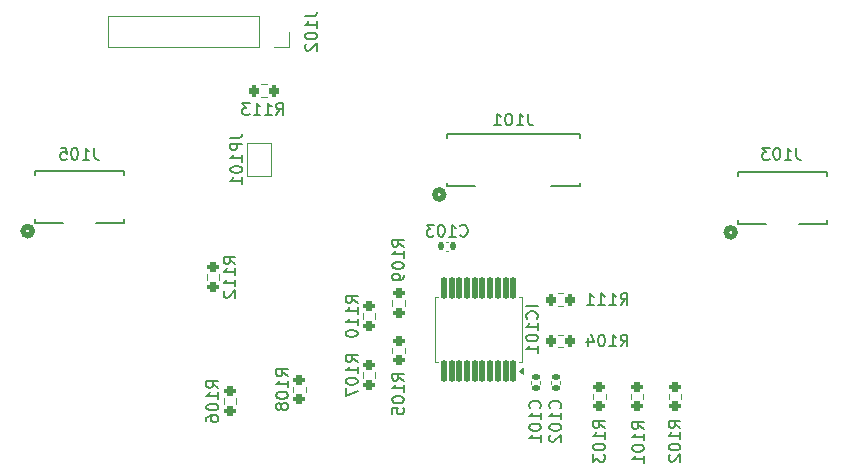
<source format=gbo>
G04 #@! TF.GenerationSoftware,KiCad,Pcbnew,8.0.9*
G04 #@! TF.CreationDate,2025-09-17T21:58:30+09:00*
G04 #@! TF.ProjectId,usb_sfc_pad,7573625f-7366-4635-9f70-61642e6b6963,rev?*
G04 #@! TF.SameCoordinates,Original*
G04 #@! TF.FileFunction,Legend,Bot*
G04 #@! TF.FilePolarity,Positive*
%FSLAX46Y46*%
G04 Gerber Fmt 4.6, Leading zero omitted, Abs format (unit mm)*
G04 Created by KiCad (PCBNEW 8.0.9) date 2025-09-17 21:58:30*
%MOMM*%
%LPD*%
G01*
G04 APERTURE LIST*
G04 Aperture macros list*
%AMRoundRect*
0 Rectangle with rounded corners*
0 $1 Rounding radius*
0 $2 $3 $4 $5 $6 $7 $8 $9 X,Y pos of 4 corners*
0 Add a 4 corners polygon primitive as box body*
4,1,4,$2,$3,$4,$5,$6,$7,$8,$9,$2,$3,0*
0 Add four circle primitives for the rounded corners*
1,1,$1+$1,$2,$3*
1,1,$1+$1,$4,$5*
1,1,$1+$1,$6,$7*
1,1,$1+$1,$8,$9*
0 Add four rect primitives between the rounded corners*
20,1,$1+$1,$2,$3,$4,$5,0*
20,1,$1+$1,$4,$5,$6,$7,0*
20,1,$1+$1,$6,$7,$8,$9,0*
20,1,$1+$1,$8,$9,$2,$3,0*%
%AMFreePoly0*
4,1,6,1.000000,0.000000,0.500000,-0.750000,-0.500000,-0.750000,-0.500000,0.750000,0.500000,0.750000,1.000000,0.000000,1.000000,0.000000,$1*%
%AMFreePoly1*
4,1,6,0.500000,-0.750000,-0.650000,-0.750000,-0.150000,0.000000,-0.650000,0.750000,0.500000,0.750000,0.500000,-0.750000,0.500000,-0.750000,$1*%
G04 Aperture macros list end*
%ADD10C,0.150000*%
%ADD11C,0.152400*%
%ADD12C,0.508000*%
%ADD13C,0.120000*%
%ADD14R,0.812800X1.701800*%
%ADD15R,2.209800X3.098800*%
%ADD16RoundRect,0.200000X-0.275000X0.200000X-0.275000X-0.200000X0.275000X-0.200000X0.275000X0.200000X0*%
%ADD17RoundRect,0.200000X0.200000X0.275000X-0.200000X0.275000X-0.200000X-0.275000X0.200000X-0.275000X0*%
%ADD18RoundRect,0.200000X0.275000X-0.200000X0.275000X0.200000X-0.275000X0.200000X-0.275000X-0.200000X0*%
%ADD19FreePoly0,270.000000*%
%ADD20FreePoly1,270.000000*%
%ADD21RoundRect,0.140000X0.170000X-0.140000X0.170000X0.140000X-0.170000X0.140000X-0.170000X-0.140000X0*%
%ADD22RoundRect,0.140000X-0.140000X-0.170000X0.140000X-0.170000X0.140000X0.170000X-0.140000X0.170000X0*%
%ADD23RoundRect,0.112500X0.112500X-0.837500X0.112500X0.837500X-0.112500X0.837500X-0.112500X-0.837500X0*%
%ADD24R,1.700000X1.700000*%
%ADD25O,1.700000X1.700000*%
G04 APERTURE END LIST*
D10*
X169585714Y-96954819D02*
X169585714Y-97669104D01*
X169585714Y-97669104D02*
X169633333Y-97811961D01*
X169633333Y-97811961D02*
X169728571Y-97907200D01*
X169728571Y-97907200D02*
X169871428Y-97954819D01*
X169871428Y-97954819D02*
X169966666Y-97954819D01*
X168585714Y-97954819D02*
X169157142Y-97954819D01*
X168871428Y-97954819D02*
X168871428Y-96954819D01*
X168871428Y-96954819D02*
X168966666Y-97097676D01*
X168966666Y-97097676D02*
X169061904Y-97192914D01*
X169061904Y-97192914D02*
X169157142Y-97240533D01*
X167966666Y-96954819D02*
X167871428Y-96954819D01*
X167871428Y-96954819D02*
X167776190Y-97002438D01*
X167776190Y-97002438D02*
X167728571Y-97050057D01*
X167728571Y-97050057D02*
X167680952Y-97145295D01*
X167680952Y-97145295D02*
X167633333Y-97335771D01*
X167633333Y-97335771D02*
X167633333Y-97573866D01*
X167633333Y-97573866D02*
X167680952Y-97764342D01*
X167680952Y-97764342D02*
X167728571Y-97859580D01*
X167728571Y-97859580D02*
X167776190Y-97907200D01*
X167776190Y-97907200D02*
X167871428Y-97954819D01*
X167871428Y-97954819D02*
X167966666Y-97954819D01*
X167966666Y-97954819D02*
X168061904Y-97907200D01*
X168061904Y-97907200D02*
X168109523Y-97859580D01*
X168109523Y-97859580D02*
X168157142Y-97764342D01*
X168157142Y-97764342D02*
X168204761Y-97573866D01*
X168204761Y-97573866D02*
X168204761Y-97335771D01*
X168204761Y-97335771D02*
X168157142Y-97145295D01*
X168157142Y-97145295D02*
X168109523Y-97050057D01*
X168109523Y-97050057D02*
X168061904Y-97002438D01*
X168061904Y-97002438D02*
X167966666Y-96954819D01*
X166680952Y-97954819D02*
X167252380Y-97954819D01*
X166966666Y-97954819D02*
X166966666Y-96954819D01*
X166966666Y-96954819D02*
X167061904Y-97097676D01*
X167061904Y-97097676D02*
X167157142Y-97192914D01*
X167157142Y-97192914D02*
X167252380Y-97240533D01*
X182454819Y-123555952D02*
X181978628Y-123222619D01*
X182454819Y-122984524D02*
X181454819Y-122984524D01*
X181454819Y-122984524D02*
X181454819Y-123365476D01*
X181454819Y-123365476D02*
X181502438Y-123460714D01*
X181502438Y-123460714D02*
X181550057Y-123508333D01*
X181550057Y-123508333D02*
X181645295Y-123555952D01*
X181645295Y-123555952D02*
X181788152Y-123555952D01*
X181788152Y-123555952D02*
X181883390Y-123508333D01*
X181883390Y-123508333D02*
X181931009Y-123460714D01*
X181931009Y-123460714D02*
X181978628Y-123365476D01*
X181978628Y-123365476D02*
X181978628Y-122984524D01*
X182454819Y-124508333D02*
X182454819Y-123936905D01*
X182454819Y-124222619D02*
X181454819Y-124222619D01*
X181454819Y-124222619D02*
X181597676Y-124127381D01*
X181597676Y-124127381D02*
X181692914Y-124032143D01*
X181692914Y-124032143D02*
X181740533Y-123936905D01*
X181454819Y-125127381D02*
X181454819Y-125222619D01*
X181454819Y-125222619D02*
X181502438Y-125317857D01*
X181502438Y-125317857D02*
X181550057Y-125365476D01*
X181550057Y-125365476D02*
X181645295Y-125413095D01*
X181645295Y-125413095D02*
X181835771Y-125460714D01*
X181835771Y-125460714D02*
X182073866Y-125460714D01*
X182073866Y-125460714D02*
X182264342Y-125413095D01*
X182264342Y-125413095D02*
X182359580Y-125365476D01*
X182359580Y-125365476D02*
X182407200Y-125317857D01*
X182407200Y-125317857D02*
X182454819Y-125222619D01*
X182454819Y-125222619D02*
X182454819Y-125127381D01*
X182454819Y-125127381D02*
X182407200Y-125032143D01*
X182407200Y-125032143D02*
X182359580Y-124984524D01*
X182359580Y-124984524D02*
X182264342Y-124936905D01*
X182264342Y-124936905D02*
X182073866Y-124889286D01*
X182073866Y-124889286D02*
X181835771Y-124889286D01*
X181835771Y-124889286D02*
X181645295Y-124936905D01*
X181645295Y-124936905D02*
X181550057Y-124984524D01*
X181550057Y-124984524D02*
X181502438Y-125032143D01*
X181502438Y-125032143D02*
X181454819Y-125127381D01*
X181550057Y-125841667D02*
X181502438Y-125889286D01*
X181502438Y-125889286D02*
X181454819Y-125984524D01*
X181454819Y-125984524D02*
X181454819Y-126222619D01*
X181454819Y-126222619D02*
X181502438Y-126317857D01*
X181502438Y-126317857D02*
X181550057Y-126365476D01*
X181550057Y-126365476D02*
X181645295Y-126413095D01*
X181645295Y-126413095D02*
X181740533Y-126413095D01*
X181740533Y-126413095D02*
X181883390Y-126365476D01*
X181883390Y-126365476D02*
X182454819Y-125794048D01*
X182454819Y-125794048D02*
X182454819Y-126413095D01*
X159054819Y-108205952D02*
X158578628Y-107872619D01*
X159054819Y-107634524D02*
X158054819Y-107634524D01*
X158054819Y-107634524D02*
X158054819Y-108015476D01*
X158054819Y-108015476D02*
X158102438Y-108110714D01*
X158102438Y-108110714D02*
X158150057Y-108158333D01*
X158150057Y-108158333D02*
X158245295Y-108205952D01*
X158245295Y-108205952D02*
X158388152Y-108205952D01*
X158388152Y-108205952D02*
X158483390Y-108158333D01*
X158483390Y-108158333D02*
X158531009Y-108110714D01*
X158531009Y-108110714D02*
X158578628Y-108015476D01*
X158578628Y-108015476D02*
X158578628Y-107634524D01*
X159054819Y-109158333D02*
X159054819Y-108586905D01*
X159054819Y-108872619D02*
X158054819Y-108872619D01*
X158054819Y-108872619D02*
X158197676Y-108777381D01*
X158197676Y-108777381D02*
X158292914Y-108682143D01*
X158292914Y-108682143D02*
X158340533Y-108586905D01*
X158054819Y-109777381D02*
X158054819Y-109872619D01*
X158054819Y-109872619D02*
X158102438Y-109967857D01*
X158102438Y-109967857D02*
X158150057Y-110015476D01*
X158150057Y-110015476D02*
X158245295Y-110063095D01*
X158245295Y-110063095D02*
X158435771Y-110110714D01*
X158435771Y-110110714D02*
X158673866Y-110110714D01*
X158673866Y-110110714D02*
X158864342Y-110063095D01*
X158864342Y-110063095D02*
X158959580Y-110015476D01*
X158959580Y-110015476D02*
X159007200Y-109967857D01*
X159007200Y-109967857D02*
X159054819Y-109872619D01*
X159054819Y-109872619D02*
X159054819Y-109777381D01*
X159054819Y-109777381D02*
X159007200Y-109682143D01*
X159007200Y-109682143D02*
X158959580Y-109634524D01*
X158959580Y-109634524D02*
X158864342Y-109586905D01*
X158864342Y-109586905D02*
X158673866Y-109539286D01*
X158673866Y-109539286D02*
X158435771Y-109539286D01*
X158435771Y-109539286D02*
X158245295Y-109586905D01*
X158245295Y-109586905D02*
X158150057Y-109634524D01*
X158150057Y-109634524D02*
X158102438Y-109682143D01*
X158102438Y-109682143D02*
X158054819Y-109777381D01*
X159054819Y-110586905D02*
X159054819Y-110777381D01*
X159054819Y-110777381D02*
X159007200Y-110872619D01*
X159007200Y-110872619D02*
X158959580Y-110920238D01*
X158959580Y-110920238D02*
X158816723Y-111015476D01*
X158816723Y-111015476D02*
X158626247Y-111063095D01*
X158626247Y-111063095D02*
X158245295Y-111063095D01*
X158245295Y-111063095D02*
X158150057Y-111015476D01*
X158150057Y-111015476D02*
X158102438Y-110967857D01*
X158102438Y-110967857D02*
X158054819Y-110872619D01*
X158054819Y-110872619D02*
X158054819Y-110682143D01*
X158054819Y-110682143D02*
X158102438Y-110586905D01*
X158102438Y-110586905D02*
X158150057Y-110539286D01*
X158150057Y-110539286D02*
X158245295Y-110491667D01*
X158245295Y-110491667D02*
X158483390Y-110491667D01*
X158483390Y-110491667D02*
X158578628Y-110539286D01*
X158578628Y-110539286D02*
X158626247Y-110586905D01*
X158626247Y-110586905D02*
X158673866Y-110682143D01*
X158673866Y-110682143D02*
X158673866Y-110872619D01*
X158673866Y-110872619D02*
X158626247Y-110967857D01*
X158626247Y-110967857D02*
X158578628Y-111015476D01*
X158578628Y-111015476D02*
X158483390Y-111063095D01*
X177394047Y-116654819D02*
X177727380Y-116178628D01*
X177965475Y-116654819D02*
X177965475Y-115654819D01*
X177965475Y-115654819D02*
X177584523Y-115654819D01*
X177584523Y-115654819D02*
X177489285Y-115702438D01*
X177489285Y-115702438D02*
X177441666Y-115750057D01*
X177441666Y-115750057D02*
X177394047Y-115845295D01*
X177394047Y-115845295D02*
X177394047Y-115988152D01*
X177394047Y-115988152D02*
X177441666Y-116083390D01*
X177441666Y-116083390D02*
X177489285Y-116131009D01*
X177489285Y-116131009D02*
X177584523Y-116178628D01*
X177584523Y-116178628D02*
X177965475Y-116178628D01*
X176441666Y-116654819D02*
X177013094Y-116654819D01*
X176727380Y-116654819D02*
X176727380Y-115654819D01*
X176727380Y-115654819D02*
X176822618Y-115797676D01*
X176822618Y-115797676D02*
X176917856Y-115892914D01*
X176917856Y-115892914D02*
X177013094Y-115940533D01*
X175822618Y-115654819D02*
X175727380Y-115654819D01*
X175727380Y-115654819D02*
X175632142Y-115702438D01*
X175632142Y-115702438D02*
X175584523Y-115750057D01*
X175584523Y-115750057D02*
X175536904Y-115845295D01*
X175536904Y-115845295D02*
X175489285Y-116035771D01*
X175489285Y-116035771D02*
X175489285Y-116273866D01*
X175489285Y-116273866D02*
X175536904Y-116464342D01*
X175536904Y-116464342D02*
X175584523Y-116559580D01*
X175584523Y-116559580D02*
X175632142Y-116607200D01*
X175632142Y-116607200D02*
X175727380Y-116654819D01*
X175727380Y-116654819D02*
X175822618Y-116654819D01*
X175822618Y-116654819D02*
X175917856Y-116607200D01*
X175917856Y-116607200D02*
X175965475Y-116559580D01*
X175965475Y-116559580D02*
X176013094Y-116464342D01*
X176013094Y-116464342D02*
X176060713Y-116273866D01*
X176060713Y-116273866D02*
X176060713Y-116035771D01*
X176060713Y-116035771D02*
X176013094Y-115845295D01*
X176013094Y-115845295D02*
X175965475Y-115750057D01*
X175965475Y-115750057D02*
X175917856Y-115702438D01*
X175917856Y-115702438D02*
X175822618Y-115654819D01*
X174632142Y-115988152D02*
X174632142Y-116654819D01*
X174870237Y-115607200D02*
X175108332Y-116321485D01*
X175108332Y-116321485D02*
X174489285Y-116321485D01*
X144784819Y-109680952D02*
X144308628Y-109347619D01*
X144784819Y-109109524D02*
X143784819Y-109109524D01*
X143784819Y-109109524D02*
X143784819Y-109490476D01*
X143784819Y-109490476D02*
X143832438Y-109585714D01*
X143832438Y-109585714D02*
X143880057Y-109633333D01*
X143880057Y-109633333D02*
X143975295Y-109680952D01*
X143975295Y-109680952D02*
X144118152Y-109680952D01*
X144118152Y-109680952D02*
X144213390Y-109633333D01*
X144213390Y-109633333D02*
X144261009Y-109585714D01*
X144261009Y-109585714D02*
X144308628Y-109490476D01*
X144308628Y-109490476D02*
X144308628Y-109109524D01*
X144784819Y-110633333D02*
X144784819Y-110061905D01*
X144784819Y-110347619D02*
X143784819Y-110347619D01*
X143784819Y-110347619D02*
X143927676Y-110252381D01*
X143927676Y-110252381D02*
X144022914Y-110157143D01*
X144022914Y-110157143D02*
X144070533Y-110061905D01*
X144784819Y-111585714D02*
X144784819Y-111014286D01*
X144784819Y-111300000D02*
X143784819Y-111300000D01*
X143784819Y-111300000D02*
X143927676Y-111204762D01*
X143927676Y-111204762D02*
X144022914Y-111109524D01*
X144022914Y-111109524D02*
X144070533Y-111014286D01*
X143880057Y-111966667D02*
X143832438Y-112014286D01*
X143832438Y-112014286D02*
X143784819Y-112109524D01*
X143784819Y-112109524D02*
X143784819Y-112347619D01*
X143784819Y-112347619D02*
X143832438Y-112442857D01*
X143832438Y-112442857D02*
X143880057Y-112490476D01*
X143880057Y-112490476D02*
X143975295Y-112538095D01*
X143975295Y-112538095D02*
X144070533Y-112538095D01*
X144070533Y-112538095D02*
X144213390Y-112490476D01*
X144213390Y-112490476D02*
X144784819Y-111919048D01*
X144784819Y-111919048D02*
X144784819Y-112538095D01*
X179354819Y-123655952D02*
X178878628Y-123322619D01*
X179354819Y-123084524D02*
X178354819Y-123084524D01*
X178354819Y-123084524D02*
X178354819Y-123465476D01*
X178354819Y-123465476D02*
X178402438Y-123560714D01*
X178402438Y-123560714D02*
X178450057Y-123608333D01*
X178450057Y-123608333D02*
X178545295Y-123655952D01*
X178545295Y-123655952D02*
X178688152Y-123655952D01*
X178688152Y-123655952D02*
X178783390Y-123608333D01*
X178783390Y-123608333D02*
X178831009Y-123560714D01*
X178831009Y-123560714D02*
X178878628Y-123465476D01*
X178878628Y-123465476D02*
X178878628Y-123084524D01*
X179354819Y-124608333D02*
X179354819Y-124036905D01*
X179354819Y-124322619D02*
X178354819Y-124322619D01*
X178354819Y-124322619D02*
X178497676Y-124227381D01*
X178497676Y-124227381D02*
X178592914Y-124132143D01*
X178592914Y-124132143D02*
X178640533Y-124036905D01*
X178354819Y-125227381D02*
X178354819Y-125322619D01*
X178354819Y-125322619D02*
X178402438Y-125417857D01*
X178402438Y-125417857D02*
X178450057Y-125465476D01*
X178450057Y-125465476D02*
X178545295Y-125513095D01*
X178545295Y-125513095D02*
X178735771Y-125560714D01*
X178735771Y-125560714D02*
X178973866Y-125560714D01*
X178973866Y-125560714D02*
X179164342Y-125513095D01*
X179164342Y-125513095D02*
X179259580Y-125465476D01*
X179259580Y-125465476D02*
X179307200Y-125417857D01*
X179307200Y-125417857D02*
X179354819Y-125322619D01*
X179354819Y-125322619D02*
X179354819Y-125227381D01*
X179354819Y-125227381D02*
X179307200Y-125132143D01*
X179307200Y-125132143D02*
X179259580Y-125084524D01*
X179259580Y-125084524D02*
X179164342Y-125036905D01*
X179164342Y-125036905D02*
X178973866Y-124989286D01*
X178973866Y-124989286D02*
X178735771Y-124989286D01*
X178735771Y-124989286D02*
X178545295Y-125036905D01*
X178545295Y-125036905D02*
X178450057Y-125084524D01*
X178450057Y-125084524D02*
X178402438Y-125132143D01*
X178402438Y-125132143D02*
X178354819Y-125227381D01*
X179354819Y-126513095D02*
X179354819Y-125941667D01*
X179354819Y-126227381D02*
X178354819Y-126227381D01*
X178354819Y-126227381D02*
X178497676Y-126132143D01*
X178497676Y-126132143D02*
X178592914Y-126036905D01*
X178592914Y-126036905D02*
X178640533Y-125941667D01*
X148219047Y-97054819D02*
X148552380Y-96578628D01*
X148790475Y-97054819D02*
X148790475Y-96054819D01*
X148790475Y-96054819D02*
X148409523Y-96054819D01*
X148409523Y-96054819D02*
X148314285Y-96102438D01*
X148314285Y-96102438D02*
X148266666Y-96150057D01*
X148266666Y-96150057D02*
X148219047Y-96245295D01*
X148219047Y-96245295D02*
X148219047Y-96388152D01*
X148219047Y-96388152D02*
X148266666Y-96483390D01*
X148266666Y-96483390D02*
X148314285Y-96531009D01*
X148314285Y-96531009D02*
X148409523Y-96578628D01*
X148409523Y-96578628D02*
X148790475Y-96578628D01*
X147266666Y-97054819D02*
X147838094Y-97054819D01*
X147552380Y-97054819D02*
X147552380Y-96054819D01*
X147552380Y-96054819D02*
X147647618Y-96197676D01*
X147647618Y-96197676D02*
X147742856Y-96292914D01*
X147742856Y-96292914D02*
X147838094Y-96340533D01*
X146314285Y-97054819D02*
X146885713Y-97054819D01*
X146599999Y-97054819D02*
X146599999Y-96054819D01*
X146599999Y-96054819D02*
X146695237Y-96197676D01*
X146695237Y-96197676D02*
X146790475Y-96292914D01*
X146790475Y-96292914D02*
X146885713Y-96340533D01*
X145980951Y-96054819D02*
X145361904Y-96054819D01*
X145361904Y-96054819D02*
X145695237Y-96435771D01*
X145695237Y-96435771D02*
X145552380Y-96435771D01*
X145552380Y-96435771D02*
X145457142Y-96483390D01*
X145457142Y-96483390D02*
X145409523Y-96531009D01*
X145409523Y-96531009D02*
X145361904Y-96626247D01*
X145361904Y-96626247D02*
X145361904Y-96864342D01*
X145361904Y-96864342D02*
X145409523Y-96959580D01*
X145409523Y-96959580D02*
X145457142Y-97007200D01*
X145457142Y-97007200D02*
X145552380Y-97054819D01*
X145552380Y-97054819D02*
X145838094Y-97054819D01*
X145838094Y-97054819D02*
X145933332Y-97007200D01*
X145933332Y-97007200D02*
X145980951Y-96959580D01*
X192285714Y-99854819D02*
X192285714Y-100569104D01*
X192285714Y-100569104D02*
X192333333Y-100711961D01*
X192333333Y-100711961D02*
X192428571Y-100807200D01*
X192428571Y-100807200D02*
X192571428Y-100854819D01*
X192571428Y-100854819D02*
X192666666Y-100854819D01*
X191285714Y-100854819D02*
X191857142Y-100854819D01*
X191571428Y-100854819D02*
X191571428Y-99854819D01*
X191571428Y-99854819D02*
X191666666Y-99997676D01*
X191666666Y-99997676D02*
X191761904Y-100092914D01*
X191761904Y-100092914D02*
X191857142Y-100140533D01*
X190666666Y-99854819D02*
X190571428Y-99854819D01*
X190571428Y-99854819D02*
X190476190Y-99902438D01*
X190476190Y-99902438D02*
X190428571Y-99950057D01*
X190428571Y-99950057D02*
X190380952Y-100045295D01*
X190380952Y-100045295D02*
X190333333Y-100235771D01*
X190333333Y-100235771D02*
X190333333Y-100473866D01*
X190333333Y-100473866D02*
X190380952Y-100664342D01*
X190380952Y-100664342D02*
X190428571Y-100759580D01*
X190428571Y-100759580D02*
X190476190Y-100807200D01*
X190476190Y-100807200D02*
X190571428Y-100854819D01*
X190571428Y-100854819D02*
X190666666Y-100854819D01*
X190666666Y-100854819D02*
X190761904Y-100807200D01*
X190761904Y-100807200D02*
X190809523Y-100759580D01*
X190809523Y-100759580D02*
X190857142Y-100664342D01*
X190857142Y-100664342D02*
X190904761Y-100473866D01*
X190904761Y-100473866D02*
X190904761Y-100235771D01*
X190904761Y-100235771D02*
X190857142Y-100045295D01*
X190857142Y-100045295D02*
X190809523Y-99950057D01*
X190809523Y-99950057D02*
X190761904Y-99902438D01*
X190761904Y-99902438D02*
X190666666Y-99854819D01*
X189999999Y-99854819D02*
X189380952Y-99854819D01*
X189380952Y-99854819D02*
X189714285Y-100235771D01*
X189714285Y-100235771D02*
X189571428Y-100235771D01*
X189571428Y-100235771D02*
X189476190Y-100283390D01*
X189476190Y-100283390D02*
X189428571Y-100331009D01*
X189428571Y-100331009D02*
X189380952Y-100426247D01*
X189380952Y-100426247D02*
X189380952Y-100664342D01*
X189380952Y-100664342D02*
X189428571Y-100759580D01*
X189428571Y-100759580D02*
X189476190Y-100807200D01*
X189476190Y-100807200D02*
X189571428Y-100854819D01*
X189571428Y-100854819D02*
X189857142Y-100854819D01*
X189857142Y-100854819D02*
X189952380Y-100807200D01*
X189952380Y-100807200D02*
X189999999Y-100759580D01*
X143324819Y-120180952D02*
X142848628Y-119847619D01*
X143324819Y-119609524D02*
X142324819Y-119609524D01*
X142324819Y-119609524D02*
X142324819Y-119990476D01*
X142324819Y-119990476D02*
X142372438Y-120085714D01*
X142372438Y-120085714D02*
X142420057Y-120133333D01*
X142420057Y-120133333D02*
X142515295Y-120180952D01*
X142515295Y-120180952D02*
X142658152Y-120180952D01*
X142658152Y-120180952D02*
X142753390Y-120133333D01*
X142753390Y-120133333D02*
X142801009Y-120085714D01*
X142801009Y-120085714D02*
X142848628Y-119990476D01*
X142848628Y-119990476D02*
X142848628Y-119609524D01*
X143324819Y-121133333D02*
X143324819Y-120561905D01*
X143324819Y-120847619D02*
X142324819Y-120847619D01*
X142324819Y-120847619D02*
X142467676Y-120752381D01*
X142467676Y-120752381D02*
X142562914Y-120657143D01*
X142562914Y-120657143D02*
X142610533Y-120561905D01*
X142324819Y-121752381D02*
X142324819Y-121847619D01*
X142324819Y-121847619D02*
X142372438Y-121942857D01*
X142372438Y-121942857D02*
X142420057Y-121990476D01*
X142420057Y-121990476D02*
X142515295Y-122038095D01*
X142515295Y-122038095D02*
X142705771Y-122085714D01*
X142705771Y-122085714D02*
X142943866Y-122085714D01*
X142943866Y-122085714D02*
X143134342Y-122038095D01*
X143134342Y-122038095D02*
X143229580Y-121990476D01*
X143229580Y-121990476D02*
X143277200Y-121942857D01*
X143277200Y-121942857D02*
X143324819Y-121847619D01*
X143324819Y-121847619D02*
X143324819Y-121752381D01*
X143324819Y-121752381D02*
X143277200Y-121657143D01*
X143277200Y-121657143D02*
X143229580Y-121609524D01*
X143229580Y-121609524D02*
X143134342Y-121561905D01*
X143134342Y-121561905D02*
X142943866Y-121514286D01*
X142943866Y-121514286D02*
X142705771Y-121514286D01*
X142705771Y-121514286D02*
X142515295Y-121561905D01*
X142515295Y-121561905D02*
X142420057Y-121609524D01*
X142420057Y-121609524D02*
X142372438Y-121657143D01*
X142372438Y-121657143D02*
X142324819Y-121752381D01*
X142324819Y-122942857D02*
X142324819Y-122752381D01*
X142324819Y-122752381D02*
X142372438Y-122657143D01*
X142372438Y-122657143D02*
X142420057Y-122609524D01*
X142420057Y-122609524D02*
X142562914Y-122514286D01*
X142562914Y-122514286D02*
X142753390Y-122466667D01*
X142753390Y-122466667D02*
X143134342Y-122466667D01*
X143134342Y-122466667D02*
X143229580Y-122514286D01*
X143229580Y-122514286D02*
X143277200Y-122561905D01*
X143277200Y-122561905D02*
X143324819Y-122657143D01*
X143324819Y-122657143D02*
X143324819Y-122847619D01*
X143324819Y-122847619D02*
X143277200Y-122942857D01*
X143277200Y-122942857D02*
X143229580Y-122990476D01*
X143229580Y-122990476D02*
X143134342Y-123038095D01*
X143134342Y-123038095D02*
X142896247Y-123038095D01*
X142896247Y-123038095D02*
X142801009Y-122990476D01*
X142801009Y-122990476D02*
X142753390Y-122942857D01*
X142753390Y-122942857D02*
X142705771Y-122847619D01*
X142705771Y-122847619D02*
X142705771Y-122657143D01*
X142705771Y-122657143D02*
X142753390Y-122561905D01*
X142753390Y-122561905D02*
X142801009Y-122514286D01*
X142801009Y-122514286D02*
X142896247Y-122466667D01*
X144354819Y-99014285D02*
X145069104Y-99014285D01*
X145069104Y-99014285D02*
X145211961Y-98966666D01*
X145211961Y-98966666D02*
X145307200Y-98871428D01*
X145307200Y-98871428D02*
X145354819Y-98728571D01*
X145354819Y-98728571D02*
X145354819Y-98633333D01*
X145354819Y-99490476D02*
X144354819Y-99490476D01*
X144354819Y-99490476D02*
X144354819Y-99871428D01*
X144354819Y-99871428D02*
X144402438Y-99966666D01*
X144402438Y-99966666D02*
X144450057Y-100014285D01*
X144450057Y-100014285D02*
X144545295Y-100061904D01*
X144545295Y-100061904D02*
X144688152Y-100061904D01*
X144688152Y-100061904D02*
X144783390Y-100014285D01*
X144783390Y-100014285D02*
X144831009Y-99966666D01*
X144831009Y-99966666D02*
X144878628Y-99871428D01*
X144878628Y-99871428D02*
X144878628Y-99490476D01*
X145354819Y-101014285D02*
X145354819Y-100442857D01*
X145354819Y-100728571D02*
X144354819Y-100728571D01*
X144354819Y-100728571D02*
X144497676Y-100633333D01*
X144497676Y-100633333D02*
X144592914Y-100538095D01*
X144592914Y-100538095D02*
X144640533Y-100442857D01*
X144354819Y-101633333D02*
X144354819Y-101728571D01*
X144354819Y-101728571D02*
X144402438Y-101823809D01*
X144402438Y-101823809D02*
X144450057Y-101871428D01*
X144450057Y-101871428D02*
X144545295Y-101919047D01*
X144545295Y-101919047D02*
X144735771Y-101966666D01*
X144735771Y-101966666D02*
X144973866Y-101966666D01*
X144973866Y-101966666D02*
X145164342Y-101919047D01*
X145164342Y-101919047D02*
X145259580Y-101871428D01*
X145259580Y-101871428D02*
X145307200Y-101823809D01*
X145307200Y-101823809D02*
X145354819Y-101728571D01*
X145354819Y-101728571D02*
X145354819Y-101633333D01*
X145354819Y-101633333D02*
X145307200Y-101538095D01*
X145307200Y-101538095D02*
X145259580Y-101490476D01*
X145259580Y-101490476D02*
X145164342Y-101442857D01*
X145164342Y-101442857D02*
X144973866Y-101395238D01*
X144973866Y-101395238D02*
X144735771Y-101395238D01*
X144735771Y-101395238D02*
X144545295Y-101442857D01*
X144545295Y-101442857D02*
X144450057Y-101490476D01*
X144450057Y-101490476D02*
X144402438Y-101538095D01*
X144402438Y-101538095D02*
X144354819Y-101633333D01*
X145354819Y-102919047D02*
X145354819Y-102347619D01*
X145354819Y-102633333D02*
X144354819Y-102633333D01*
X144354819Y-102633333D02*
X144497676Y-102538095D01*
X144497676Y-102538095D02*
X144592914Y-102442857D01*
X144592914Y-102442857D02*
X144640533Y-102347619D01*
X149224819Y-119180952D02*
X148748628Y-118847619D01*
X149224819Y-118609524D02*
X148224819Y-118609524D01*
X148224819Y-118609524D02*
X148224819Y-118990476D01*
X148224819Y-118990476D02*
X148272438Y-119085714D01*
X148272438Y-119085714D02*
X148320057Y-119133333D01*
X148320057Y-119133333D02*
X148415295Y-119180952D01*
X148415295Y-119180952D02*
X148558152Y-119180952D01*
X148558152Y-119180952D02*
X148653390Y-119133333D01*
X148653390Y-119133333D02*
X148701009Y-119085714D01*
X148701009Y-119085714D02*
X148748628Y-118990476D01*
X148748628Y-118990476D02*
X148748628Y-118609524D01*
X149224819Y-120133333D02*
X149224819Y-119561905D01*
X149224819Y-119847619D02*
X148224819Y-119847619D01*
X148224819Y-119847619D02*
X148367676Y-119752381D01*
X148367676Y-119752381D02*
X148462914Y-119657143D01*
X148462914Y-119657143D02*
X148510533Y-119561905D01*
X148224819Y-120752381D02*
X148224819Y-120847619D01*
X148224819Y-120847619D02*
X148272438Y-120942857D01*
X148272438Y-120942857D02*
X148320057Y-120990476D01*
X148320057Y-120990476D02*
X148415295Y-121038095D01*
X148415295Y-121038095D02*
X148605771Y-121085714D01*
X148605771Y-121085714D02*
X148843866Y-121085714D01*
X148843866Y-121085714D02*
X149034342Y-121038095D01*
X149034342Y-121038095D02*
X149129580Y-120990476D01*
X149129580Y-120990476D02*
X149177200Y-120942857D01*
X149177200Y-120942857D02*
X149224819Y-120847619D01*
X149224819Y-120847619D02*
X149224819Y-120752381D01*
X149224819Y-120752381D02*
X149177200Y-120657143D01*
X149177200Y-120657143D02*
X149129580Y-120609524D01*
X149129580Y-120609524D02*
X149034342Y-120561905D01*
X149034342Y-120561905D02*
X148843866Y-120514286D01*
X148843866Y-120514286D02*
X148605771Y-120514286D01*
X148605771Y-120514286D02*
X148415295Y-120561905D01*
X148415295Y-120561905D02*
X148320057Y-120609524D01*
X148320057Y-120609524D02*
X148272438Y-120657143D01*
X148272438Y-120657143D02*
X148224819Y-120752381D01*
X148653390Y-121657143D02*
X148605771Y-121561905D01*
X148605771Y-121561905D02*
X148558152Y-121514286D01*
X148558152Y-121514286D02*
X148462914Y-121466667D01*
X148462914Y-121466667D02*
X148415295Y-121466667D01*
X148415295Y-121466667D02*
X148320057Y-121514286D01*
X148320057Y-121514286D02*
X148272438Y-121561905D01*
X148272438Y-121561905D02*
X148224819Y-121657143D01*
X148224819Y-121657143D02*
X148224819Y-121847619D01*
X148224819Y-121847619D02*
X148272438Y-121942857D01*
X148272438Y-121942857D02*
X148320057Y-121990476D01*
X148320057Y-121990476D02*
X148415295Y-122038095D01*
X148415295Y-122038095D02*
X148462914Y-122038095D01*
X148462914Y-122038095D02*
X148558152Y-121990476D01*
X148558152Y-121990476D02*
X148605771Y-121942857D01*
X148605771Y-121942857D02*
X148653390Y-121847619D01*
X148653390Y-121847619D02*
X148653390Y-121657143D01*
X148653390Y-121657143D02*
X148701009Y-121561905D01*
X148701009Y-121561905D02*
X148748628Y-121514286D01*
X148748628Y-121514286D02*
X148843866Y-121466667D01*
X148843866Y-121466667D02*
X149034342Y-121466667D01*
X149034342Y-121466667D02*
X149129580Y-121514286D01*
X149129580Y-121514286D02*
X149177200Y-121561905D01*
X149177200Y-121561905D02*
X149224819Y-121657143D01*
X149224819Y-121657143D02*
X149224819Y-121847619D01*
X149224819Y-121847619D02*
X149177200Y-121942857D01*
X149177200Y-121942857D02*
X149129580Y-121990476D01*
X149129580Y-121990476D02*
X149034342Y-122038095D01*
X149034342Y-122038095D02*
X148843866Y-122038095D01*
X148843866Y-122038095D02*
X148748628Y-121990476D01*
X148748628Y-121990476D02*
X148701009Y-121942857D01*
X148701009Y-121942857D02*
X148653390Y-121847619D01*
X132835714Y-99854819D02*
X132835714Y-100569104D01*
X132835714Y-100569104D02*
X132883333Y-100711961D01*
X132883333Y-100711961D02*
X132978571Y-100807200D01*
X132978571Y-100807200D02*
X133121428Y-100854819D01*
X133121428Y-100854819D02*
X133216666Y-100854819D01*
X131835714Y-100854819D02*
X132407142Y-100854819D01*
X132121428Y-100854819D02*
X132121428Y-99854819D01*
X132121428Y-99854819D02*
X132216666Y-99997676D01*
X132216666Y-99997676D02*
X132311904Y-100092914D01*
X132311904Y-100092914D02*
X132407142Y-100140533D01*
X131216666Y-99854819D02*
X131121428Y-99854819D01*
X131121428Y-99854819D02*
X131026190Y-99902438D01*
X131026190Y-99902438D02*
X130978571Y-99950057D01*
X130978571Y-99950057D02*
X130930952Y-100045295D01*
X130930952Y-100045295D02*
X130883333Y-100235771D01*
X130883333Y-100235771D02*
X130883333Y-100473866D01*
X130883333Y-100473866D02*
X130930952Y-100664342D01*
X130930952Y-100664342D02*
X130978571Y-100759580D01*
X130978571Y-100759580D02*
X131026190Y-100807200D01*
X131026190Y-100807200D02*
X131121428Y-100854819D01*
X131121428Y-100854819D02*
X131216666Y-100854819D01*
X131216666Y-100854819D02*
X131311904Y-100807200D01*
X131311904Y-100807200D02*
X131359523Y-100759580D01*
X131359523Y-100759580D02*
X131407142Y-100664342D01*
X131407142Y-100664342D02*
X131454761Y-100473866D01*
X131454761Y-100473866D02*
X131454761Y-100235771D01*
X131454761Y-100235771D02*
X131407142Y-100045295D01*
X131407142Y-100045295D02*
X131359523Y-99950057D01*
X131359523Y-99950057D02*
X131311904Y-99902438D01*
X131311904Y-99902438D02*
X131216666Y-99854819D01*
X129978571Y-99854819D02*
X130454761Y-99854819D01*
X130454761Y-99854819D02*
X130502380Y-100331009D01*
X130502380Y-100331009D02*
X130454761Y-100283390D01*
X130454761Y-100283390D02*
X130359523Y-100235771D01*
X130359523Y-100235771D02*
X130121428Y-100235771D01*
X130121428Y-100235771D02*
X130026190Y-100283390D01*
X130026190Y-100283390D02*
X129978571Y-100331009D01*
X129978571Y-100331009D02*
X129930952Y-100426247D01*
X129930952Y-100426247D02*
X129930952Y-100664342D01*
X129930952Y-100664342D02*
X129978571Y-100759580D01*
X129978571Y-100759580D02*
X130026190Y-100807200D01*
X130026190Y-100807200D02*
X130121428Y-100854819D01*
X130121428Y-100854819D02*
X130359523Y-100854819D01*
X130359523Y-100854819D02*
X130454761Y-100807200D01*
X130454761Y-100807200D02*
X130502380Y-100759580D01*
X172259580Y-121880952D02*
X172307200Y-121833333D01*
X172307200Y-121833333D02*
X172354819Y-121690476D01*
X172354819Y-121690476D02*
X172354819Y-121595238D01*
X172354819Y-121595238D02*
X172307200Y-121452381D01*
X172307200Y-121452381D02*
X172211961Y-121357143D01*
X172211961Y-121357143D02*
X172116723Y-121309524D01*
X172116723Y-121309524D02*
X171926247Y-121261905D01*
X171926247Y-121261905D02*
X171783390Y-121261905D01*
X171783390Y-121261905D02*
X171592914Y-121309524D01*
X171592914Y-121309524D02*
X171497676Y-121357143D01*
X171497676Y-121357143D02*
X171402438Y-121452381D01*
X171402438Y-121452381D02*
X171354819Y-121595238D01*
X171354819Y-121595238D02*
X171354819Y-121690476D01*
X171354819Y-121690476D02*
X171402438Y-121833333D01*
X171402438Y-121833333D02*
X171450057Y-121880952D01*
X172354819Y-122833333D02*
X172354819Y-122261905D01*
X172354819Y-122547619D02*
X171354819Y-122547619D01*
X171354819Y-122547619D02*
X171497676Y-122452381D01*
X171497676Y-122452381D02*
X171592914Y-122357143D01*
X171592914Y-122357143D02*
X171640533Y-122261905D01*
X171354819Y-123452381D02*
X171354819Y-123547619D01*
X171354819Y-123547619D02*
X171402438Y-123642857D01*
X171402438Y-123642857D02*
X171450057Y-123690476D01*
X171450057Y-123690476D02*
X171545295Y-123738095D01*
X171545295Y-123738095D02*
X171735771Y-123785714D01*
X171735771Y-123785714D02*
X171973866Y-123785714D01*
X171973866Y-123785714D02*
X172164342Y-123738095D01*
X172164342Y-123738095D02*
X172259580Y-123690476D01*
X172259580Y-123690476D02*
X172307200Y-123642857D01*
X172307200Y-123642857D02*
X172354819Y-123547619D01*
X172354819Y-123547619D02*
X172354819Y-123452381D01*
X172354819Y-123452381D02*
X172307200Y-123357143D01*
X172307200Y-123357143D02*
X172259580Y-123309524D01*
X172259580Y-123309524D02*
X172164342Y-123261905D01*
X172164342Y-123261905D02*
X171973866Y-123214286D01*
X171973866Y-123214286D02*
X171735771Y-123214286D01*
X171735771Y-123214286D02*
X171545295Y-123261905D01*
X171545295Y-123261905D02*
X171450057Y-123309524D01*
X171450057Y-123309524D02*
X171402438Y-123357143D01*
X171402438Y-123357143D02*
X171354819Y-123452381D01*
X171450057Y-124166667D02*
X171402438Y-124214286D01*
X171402438Y-124214286D02*
X171354819Y-124309524D01*
X171354819Y-124309524D02*
X171354819Y-124547619D01*
X171354819Y-124547619D02*
X171402438Y-124642857D01*
X171402438Y-124642857D02*
X171450057Y-124690476D01*
X171450057Y-124690476D02*
X171545295Y-124738095D01*
X171545295Y-124738095D02*
X171640533Y-124738095D01*
X171640533Y-124738095D02*
X171783390Y-124690476D01*
X171783390Y-124690476D02*
X172354819Y-124119048D01*
X172354819Y-124119048D02*
X172354819Y-124738095D01*
X163819047Y-107259580D02*
X163866666Y-107307200D01*
X163866666Y-107307200D02*
X164009523Y-107354819D01*
X164009523Y-107354819D02*
X164104761Y-107354819D01*
X164104761Y-107354819D02*
X164247618Y-107307200D01*
X164247618Y-107307200D02*
X164342856Y-107211961D01*
X164342856Y-107211961D02*
X164390475Y-107116723D01*
X164390475Y-107116723D02*
X164438094Y-106926247D01*
X164438094Y-106926247D02*
X164438094Y-106783390D01*
X164438094Y-106783390D02*
X164390475Y-106592914D01*
X164390475Y-106592914D02*
X164342856Y-106497676D01*
X164342856Y-106497676D02*
X164247618Y-106402438D01*
X164247618Y-106402438D02*
X164104761Y-106354819D01*
X164104761Y-106354819D02*
X164009523Y-106354819D01*
X164009523Y-106354819D02*
X163866666Y-106402438D01*
X163866666Y-106402438D02*
X163819047Y-106450057D01*
X162866666Y-107354819D02*
X163438094Y-107354819D01*
X163152380Y-107354819D02*
X163152380Y-106354819D01*
X163152380Y-106354819D02*
X163247618Y-106497676D01*
X163247618Y-106497676D02*
X163342856Y-106592914D01*
X163342856Y-106592914D02*
X163438094Y-106640533D01*
X162247618Y-106354819D02*
X162152380Y-106354819D01*
X162152380Y-106354819D02*
X162057142Y-106402438D01*
X162057142Y-106402438D02*
X162009523Y-106450057D01*
X162009523Y-106450057D02*
X161961904Y-106545295D01*
X161961904Y-106545295D02*
X161914285Y-106735771D01*
X161914285Y-106735771D02*
X161914285Y-106973866D01*
X161914285Y-106973866D02*
X161961904Y-107164342D01*
X161961904Y-107164342D02*
X162009523Y-107259580D01*
X162009523Y-107259580D02*
X162057142Y-107307200D01*
X162057142Y-107307200D02*
X162152380Y-107354819D01*
X162152380Y-107354819D02*
X162247618Y-107354819D01*
X162247618Y-107354819D02*
X162342856Y-107307200D01*
X162342856Y-107307200D02*
X162390475Y-107259580D01*
X162390475Y-107259580D02*
X162438094Y-107164342D01*
X162438094Y-107164342D02*
X162485713Y-106973866D01*
X162485713Y-106973866D02*
X162485713Y-106735771D01*
X162485713Y-106735771D02*
X162438094Y-106545295D01*
X162438094Y-106545295D02*
X162390475Y-106450057D01*
X162390475Y-106450057D02*
X162342856Y-106402438D01*
X162342856Y-106402438D02*
X162247618Y-106354819D01*
X161580951Y-106354819D02*
X160961904Y-106354819D01*
X160961904Y-106354819D02*
X161295237Y-106735771D01*
X161295237Y-106735771D02*
X161152380Y-106735771D01*
X161152380Y-106735771D02*
X161057142Y-106783390D01*
X161057142Y-106783390D02*
X161009523Y-106831009D01*
X161009523Y-106831009D02*
X160961904Y-106926247D01*
X160961904Y-106926247D02*
X160961904Y-107164342D01*
X160961904Y-107164342D02*
X161009523Y-107259580D01*
X161009523Y-107259580D02*
X161057142Y-107307200D01*
X161057142Y-107307200D02*
X161152380Y-107354819D01*
X161152380Y-107354819D02*
X161438094Y-107354819D01*
X161438094Y-107354819D02*
X161533332Y-107307200D01*
X161533332Y-107307200D02*
X161580951Y-107259580D01*
X155124819Y-117980952D02*
X154648628Y-117647619D01*
X155124819Y-117409524D02*
X154124819Y-117409524D01*
X154124819Y-117409524D02*
X154124819Y-117790476D01*
X154124819Y-117790476D02*
X154172438Y-117885714D01*
X154172438Y-117885714D02*
X154220057Y-117933333D01*
X154220057Y-117933333D02*
X154315295Y-117980952D01*
X154315295Y-117980952D02*
X154458152Y-117980952D01*
X154458152Y-117980952D02*
X154553390Y-117933333D01*
X154553390Y-117933333D02*
X154601009Y-117885714D01*
X154601009Y-117885714D02*
X154648628Y-117790476D01*
X154648628Y-117790476D02*
X154648628Y-117409524D01*
X155124819Y-118933333D02*
X155124819Y-118361905D01*
X155124819Y-118647619D02*
X154124819Y-118647619D01*
X154124819Y-118647619D02*
X154267676Y-118552381D01*
X154267676Y-118552381D02*
X154362914Y-118457143D01*
X154362914Y-118457143D02*
X154410533Y-118361905D01*
X154124819Y-119552381D02*
X154124819Y-119647619D01*
X154124819Y-119647619D02*
X154172438Y-119742857D01*
X154172438Y-119742857D02*
X154220057Y-119790476D01*
X154220057Y-119790476D02*
X154315295Y-119838095D01*
X154315295Y-119838095D02*
X154505771Y-119885714D01*
X154505771Y-119885714D02*
X154743866Y-119885714D01*
X154743866Y-119885714D02*
X154934342Y-119838095D01*
X154934342Y-119838095D02*
X155029580Y-119790476D01*
X155029580Y-119790476D02*
X155077200Y-119742857D01*
X155077200Y-119742857D02*
X155124819Y-119647619D01*
X155124819Y-119647619D02*
X155124819Y-119552381D01*
X155124819Y-119552381D02*
X155077200Y-119457143D01*
X155077200Y-119457143D02*
X155029580Y-119409524D01*
X155029580Y-119409524D02*
X154934342Y-119361905D01*
X154934342Y-119361905D02*
X154743866Y-119314286D01*
X154743866Y-119314286D02*
X154505771Y-119314286D01*
X154505771Y-119314286D02*
X154315295Y-119361905D01*
X154315295Y-119361905D02*
X154220057Y-119409524D01*
X154220057Y-119409524D02*
X154172438Y-119457143D01*
X154172438Y-119457143D02*
X154124819Y-119552381D01*
X154124819Y-120219048D02*
X154124819Y-120885714D01*
X154124819Y-120885714D02*
X155124819Y-120457143D01*
X159054819Y-119555952D02*
X158578628Y-119222619D01*
X159054819Y-118984524D02*
X158054819Y-118984524D01*
X158054819Y-118984524D02*
X158054819Y-119365476D01*
X158054819Y-119365476D02*
X158102438Y-119460714D01*
X158102438Y-119460714D02*
X158150057Y-119508333D01*
X158150057Y-119508333D02*
X158245295Y-119555952D01*
X158245295Y-119555952D02*
X158388152Y-119555952D01*
X158388152Y-119555952D02*
X158483390Y-119508333D01*
X158483390Y-119508333D02*
X158531009Y-119460714D01*
X158531009Y-119460714D02*
X158578628Y-119365476D01*
X158578628Y-119365476D02*
X158578628Y-118984524D01*
X159054819Y-120508333D02*
X159054819Y-119936905D01*
X159054819Y-120222619D02*
X158054819Y-120222619D01*
X158054819Y-120222619D02*
X158197676Y-120127381D01*
X158197676Y-120127381D02*
X158292914Y-120032143D01*
X158292914Y-120032143D02*
X158340533Y-119936905D01*
X158054819Y-121127381D02*
X158054819Y-121222619D01*
X158054819Y-121222619D02*
X158102438Y-121317857D01*
X158102438Y-121317857D02*
X158150057Y-121365476D01*
X158150057Y-121365476D02*
X158245295Y-121413095D01*
X158245295Y-121413095D02*
X158435771Y-121460714D01*
X158435771Y-121460714D02*
X158673866Y-121460714D01*
X158673866Y-121460714D02*
X158864342Y-121413095D01*
X158864342Y-121413095D02*
X158959580Y-121365476D01*
X158959580Y-121365476D02*
X159007200Y-121317857D01*
X159007200Y-121317857D02*
X159054819Y-121222619D01*
X159054819Y-121222619D02*
X159054819Y-121127381D01*
X159054819Y-121127381D02*
X159007200Y-121032143D01*
X159007200Y-121032143D02*
X158959580Y-120984524D01*
X158959580Y-120984524D02*
X158864342Y-120936905D01*
X158864342Y-120936905D02*
X158673866Y-120889286D01*
X158673866Y-120889286D02*
X158435771Y-120889286D01*
X158435771Y-120889286D02*
X158245295Y-120936905D01*
X158245295Y-120936905D02*
X158150057Y-120984524D01*
X158150057Y-120984524D02*
X158102438Y-121032143D01*
X158102438Y-121032143D02*
X158054819Y-121127381D01*
X158054819Y-122365476D02*
X158054819Y-121889286D01*
X158054819Y-121889286D02*
X158531009Y-121841667D01*
X158531009Y-121841667D02*
X158483390Y-121889286D01*
X158483390Y-121889286D02*
X158435771Y-121984524D01*
X158435771Y-121984524D02*
X158435771Y-122222619D01*
X158435771Y-122222619D02*
X158483390Y-122317857D01*
X158483390Y-122317857D02*
X158531009Y-122365476D01*
X158531009Y-122365476D02*
X158626247Y-122413095D01*
X158626247Y-122413095D02*
X158864342Y-122413095D01*
X158864342Y-122413095D02*
X158959580Y-122365476D01*
X158959580Y-122365476D02*
X159007200Y-122317857D01*
X159007200Y-122317857D02*
X159054819Y-122222619D01*
X159054819Y-122222619D02*
X159054819Y-121984524D01*
X159054819Y-121984524D02*
X159007200Y-121889286D01*
X159007200Y-121889286D02*
X158959580Y-121841667D01*
X177394047Y-113154819D02*
X177727380Y-112678628D01*
X177965475Y-113154819D02*
X177965475Y-112154819D01*
X177965475Y-112154819D02*
X177584523Y-112154819D01*
X177584523Y-112154819D02*
X177489285Y-112202438D01*
X177489285Y-112202438D02*
X177441666Y-112250057D01*
X177441666Y-112250057D02*
X177394047Y-112345295D01*
X177394047Y-112345295D02*
X177394047Y-112488152D01*
X177394047Y-112488152D02*
X177441666Y-112583390D01*
X177441666Y-112583390D02*
X177489285Y-112631009D01*
X177489285Y-112631009D02*
X177584523Y-112678628D01*
X177584523Y-112678628D02*
X177965475Y-112678628D01*
X176441666Y-113154819D02*
X177013094Y-113154819D01*
X176727380Y-113154819D02*
X176727380Y-112154819D01*
X176727380Y-112154819D02*
X176822618Y-112297676D01*
X176822618Y-112297676D02*
X176917856Y-112392914D01*
X176917856Y-112392914D02*
X177013094Y-112440533D01*
X175489285Y-113154819D02*
X176060713Y-113154819D01*
X175774999Y-113154819D02*
X175774999Y-112154819D01*
X175774999Y-112154819D02*
X175870237Y-112297676D01*
X175870237Y-112297676D02*
X175965475Y-112392914D01*
X175965475Y-112392914D02*
X176060713Y-112440533D01*
X174536904Y-113154819D02*
X175108332Y-113154819D01*
X174822618Y-113154819D02*
X174822618Y-112154819D01*
X174822618Y-112154819D02*
X174917856Y-112297676D01*
X174917856Y-112297676D02*
X175013094Y-112392914D01*
X175013094Y-112392914D02*
X175108332Y-112440533D01*
X170559580Y-121880952D02*
X170607200Y-121833333D01*
X170607200Y-121833333D02*
X170654819Y-121690476D01*
X170654819Y-121690476D02*
X170654819Y-121595238D01*
X170654819Y-121595238D02*
X170607200Y-121452381D01*
X170607200Y-121452381D02*
X170511961Y-121357143D01*
X170511961Y-121357143D02*
X170416723Y-121309524D01*
X170416723Y-121309524D02*
X170226247Y-121261905D01*
X170226247Y-121261905D02*
X170083390Y-121261905D01*
X170083390Y-121261905D02*
X169892914Y-121309524D01*
X169892914Y-121309524D02*
X169797676Y-121357143D01*
X169797676Y-121357143D02*
X169702438Y-121452381D01*
X169702438Y-121452381D02*
X169654819Y-121595238D01*
X169654819Y-121595238D02*
X169654819Y-121690476D01*
X169654819Y-121690476D02*
X169702438Y-121833333D01*
X169702438Y-121833333D02*
X169750057Y-121880952D01*
X170654819Y-122833333D02*
X170654819Y-122261905D01*
X170654819Y-122547619D02*
X169654819Y-122547619D01*
X169654819Y-122547619D02*
X169797676Y-122452381D01*
X169797676Y-122452381D02*
X169892914Y-122357143D01*
X169892914Y-122357143D02*
X169940533Y-122261905D01*
X169654819Y-123452381D02*
X169654819Y-123547619D01*
X169654819Y-123547619D02*
X169702438Y-123642857D01*
X169702438Y-123642857D02*
X169750057Y-123690476D01*
X169750057Y-123690476D02*
X169845295Y-123738095D01*
X169845295Y-123738095D02*
X170035771Y-123785714D01*
X170035771Y-123785714D02*
X170273866Y-123785714D01*
X170273866Y-123785714D02*
X170464342Y-123738095D01*
X170464342Y-123738095D02*
X170559580Y-123690476D01*
X170559580Y-123690476D02*
X170607200Y-123642857D01*
X170607200Y-123642857D02*
X170654819Y-123547619D01*
X170654819Y-123547619D02*
X170654819Y-123452381D01*
X170654819Y-123452381D02*
X170607200Y-123357143D01*
X170607200Y-123357143D02*
X170559580Y-123309524D01*
X170559580Y-123309524D02*
X170464342Y-123261905D01*
X170464342Y-123261905D02*
X170273866Y-123214286D01*
X170273866Y-123214286D02*
X170035771Y-123214286D01*
X170035771Y-123214286D02*
X169845295Y-123261905D01*
X169845295Y-123261905D02*
X169750057Y-123309524D01*
X169750057Y-123309524D02*
X169702438Y-123357143D01*
X169702438Y-123357143D02*
X169654819Y-123452381D01*
X170654819Y-124738095D02*
X170654819Y-124166667D01*
X170654819Y-124452381D02*
X169654819Y-124452381D01*
X169654819Y-124452381D02*
X169797676Y-124357143D01*
X169797676Y-124357143D02*
X169892914Y-124261905D01*
X169892914Y-124261905D02*
X169940533Y-124166667D01*
X155124819Y-112980952D02*
X154648628Y-112647619D01*
X155124819Y-112409524D02*
X154124819Y-112409524D01*
X154124819Y-112409524D02*
X154124819Y-112790476D01*
X154124819Y-112790476D02*
X154172438Y-112885714D01*
X154172438Y-112885714D02*
X154220057Y-112933333D01*
X154220057Y-112933333D02*
X154315295Y-112980952D01*
X154315295Y-112980952D02*
X154458152Y-112980952D01*
X154458152Y-112980952D02*
X154553390Y-112933333D01*
X154553390Y-112933333D02*
X154601009Y-112885714D01*
X154601009Y-112885714D02*
X154648628Y-112790476D01*
X154648628Y-112790476D02*
X154648628Y-112409524D01*
X155124819Y-113933333D02*
X155124819Y-113361905D01*
X155124819Y-113647619D02*
X154124819Y-113647619D01*
X154124819Y-113647619D02*
X154267676Y-113552381D01*
X154267676Y-113552381D02*
X154362914Y-113457143D01*
X154362914Y-113457143D02*
X154410533Y-113361905D01*
X155124819Y-114885714D02*
X155124819Y-114314286D01*
X155124819Y-114600000D02*
X154124819Y-114600000D01*
X154124819Y-114600000D02*
X154267676Y-114504762D01*
X154267676Y-114504762D02*
X154362914Y-114409524D01*
X154362914Y-114409524D02*
X154410533Y-114314286D01*
X154124819Y-115504762D02*
X154124819Y-115600000D01*
X154124819Y-115600000D02*
X154172438Y-115695238D01*
X154172438Y-115695238D02*
X154220057Y-115742857D01*
X154220057Y-115742857D02*
X154315295Y-115790476D01*
X154315295Y-115790476D02*
X154505771Y-115838095D01*
X154505771Y-115838095D02*
X154743866Y-115838095D01*
X154743866Y-115838095D02*
X154934342Y-115790476D01*
X154934342Y-115790476D02*
X155029580Y-115742857D01*
X155029580Y-115742857D02*
X155077200Y-115695238D01*
X155077200Y-115695238D02*
X155124819Y-115600000D01*
X155124819Y-115600000D02*
X155124819Y-115504762D01*
X155124819Y-115504762D02*
X155077200Y-115409524D01*
X155077200Y-115409524D02*
X155029580Y-115361905D01*
X155029580Y-115361905D02*
X154934342Y-115314286D01*
X154934342Y-115314286D02*
X154743866Y-115266667D01*
X154743866Y-115266667D02*
X154505771Y-115266667D01*
X154505771Y-115266667D02*
X154315295Y-115314286D01*
X154315295Y-115314286D02*
X154220057Y-115361905D01*
X154220057Y-115361905D02*
X154172438Y-115409524D01*
X154172438Y-115409524D02*
X154124819Y-115504762D01*
X176054819Y-123555952D02*
X175578628Y-123222619D01*
X176054819Y-122984524D02*
X175054819Y-122984524D01*
X175054819Y-122984524D02*
X175054819Y-123365476D01*
X175054819Y-123365476D02*
X175102438Y-123460714D01*
X175102438Y-123460714D02*
X175150057Y-123508333D01*
X175150057Y-123508333D02*
X175245295Y-123555952D01*
X175245295Y-123555952D02*
X175388152Y-123555952D01*
X175388152Y-123555952D02*
X175483390Y-123508333D01*
X175483390Y-123508333D02*
X175531009Y-123460714D01*
X175531009Y-123460714D02*
X175578628Y-123365476D01*
X175578628Y-123365476D02*
X175578628Y-122984524D01*
X176054819Y-124508333D02*
X176054819Y-123936905D01*
X176054819Y-124222619D02*
X175054819Y-124222619D01*
X175054819Y-124222619D02*
X175197676Y-124127381D01*
X175197676Y-124127381D02*
X175292914Y-124032143D01*
X175292914Y-124032143D02*
X175340533Y-123936905D01*
X175054819Y-125127381D02*
X175054819Y-125222619D01*
X175054819Y-125222619D02*
X175102438Y-125317857D01*
X175102438Y-125317857D02*
X175150057Y-125365476D01*
X175150057Y-125365476D02*
X175245295Y-125413095D01*
X175245295Y-125413095D02*
X175435771Y-125460714D01*
X175435771Y-125460714D02*
X175673866Y-125460714D01*
X175673866Y-125460714D02*
X175864342Y-125413095D01*
X175864342Y-125413095D02*
X175959580Y-125365476D01*
X175959580Y-125365476D02*
X176007200Y-125317857D01*
X176007200Y-125317857D02*
X176054819Y-125222619D01*
X176054819Y-125222619D02*
X176054819Y-125127381D01*
X176054819Y-125127381D02*
X176007200Y-125032143D01*
X176007200Y-125032143D02*
X175959580Y-124984524D01*
X175959580Y-124984524D02*
X175864342Y-124936905D01*
X175864342Y-124936905D02*
X175673866Y-124889286D01*
X175673866Y-124889286D02*
X175435771Y-124889286D01*
X175435771Y-124889286D02*
X175245295Y-124936905D01*
X175245295Y-124936905D02*
X175150057Y-124984524D01*
X175150057Y-124984524D02*
X175102438Y-125032143D01*
X175102438Y-125032143D02*
X175054819Y-125127381D01*
X175054819Y-125794048D02*
X175054819Y-126413095D01*
X175054819Y-126413095D02*
X175435771Y-126079762D01*
X175435771Y-126079762D02*
X175435771Y-126222619D01*
X175435771Y-126222619D02*
X175483390Y-126317857D01*
X175483390Y-126317857D02*
X175531009Y-126365476D01*
X175531009Y-126365476D02*
X175626247Y-126413095D01*
X175626247Y-126413095D02*
X175864342Y-126413095D01*
X175864342Y-126413095D02*
X175959580Y-126365476D01*
X175959580Y-126365476D02*
X176007200Y-126317857D01*
X176007200Y-126317857D02*
X176054819Y-126222619D01*
X176054819Y-126222619D02*
X176054819Y-125936905D01*
X176054819Y-125936905D02*
X176007200Y-125841667D01*
X176007200Y-125841667D02*
X175959580Y-125794048D01*
X170379819Y-113271429D02*
X169379819Y-113271429D01*
X170284580Y-114319047D02*
X170332200Y-114271428D01*
X170332200Y-114271428D02*
X170379819Y-114128571D01*
X170379819Y-114128571D02*
X170379819Y-114033333D01*
X170379819Y-114033333D02*
X170332200Y-113890476D01*
X170332200Y-113890476D02*
X170236961Y-113795238D01*
X170236961Y-113795238D02*
X170141723Y-113747619D01*
X170141723Y-113747619D02*
X169951247Y-113700000D01*
X169951247Y-113700000D02*
X169808390Y-113700000D01*
X169808390Y-113700000D02*
X169617914Y-113747619D01*
X169617914Y-113747619D02*
X169522676Y-113795238D01*
X169522676Y-113795238D02*
X169427438Y-113890476D01*
X169427438Y-113890476D02*
X169379819Y-114033333D01*
X169379819Y-114033333D02*
X169379819Y-114128571D01*
X169379819Y-114128571D02*
X169427438Y-114271428D01*
X169427438Y-114271428D02*
X169475057Y-114319047D01*
X170379819Y-115271428D02*
X170379819Y-114700000D01*
X170379819Y-114985714D02*
X169379819Y-114985714D01*
X169379819Y-114985714D02*
X169522676Y-114890476D01*
X169522676Y-114890476D02*
X169617914Y-114795238D01*
X169617914Y-114795238D02*
X169665533Y-114700000D01*
X169379819Y-115890476D02*
X169379819Y-115985714D01*
X169379819Y-115985714D02*
X169427438Y-116080952D01*
X169427438Y-116080952D02*
X169475057Y-116128571D01*
X169475057Y-116128571D02*
X169570295Y-116176190D01*
X169570295Y-116176190D02*
X169760771Y-116223809D01*
X169760771Y-116223809D02*
X169998866Y-116223809D01*
X169998866Y-116223809D02*
X170189342Y-116176190D01*
X170189342Y-116176190D02*
X170284580Y-116128571D01*
X170284580Y-116128571D02*
X170332200Y-116080952D01*
X170332200Y-116080952D02*
X170379819Y-115985714D01*
X170379819Y-115985714D02*
X170379819Y-115890476D01*
X170379819Y-115890476D02*
X170332200Y-115795238D01*
X170332200Y-115795238D02*
X170284580Y-115747619D01*
X170284580Y-115747619D02*
X170189342Y-115700000D01*
X170189342Y-115700000D02*
X169998866Y-115652381D01*
X169998866Y-115652381D02*
X169760771Y-115652381D01*
X169760771Y-115652381D02*
X169570295Y-115700000D01*
X169570295Y-115700000D02*
X169475057Y-115747619D01*
X169475057Y-115747619D02*
X169427438Y-115795238D01*
X169427438Y-115795238D02*
X169379819Y-115890476D01*
X170379819Y-117176190D02*
X170379819Y-116604762D01*
X170379819Y-116890476D02*
X169379819Y-116890476D01*
X169379819Y-116890476D02*
X169522676Y-116795238D01*
X169522676Y-116795238D02*
X169617914Y-116700000D01*
X169617914Y-116700000D02*
X169665533Y-116604762D01*
X150674819Y-88714285D02*
X151389104Y-88714285D01*
X151389104Y-88714285D02*
X151531961Y-88666666D01*
X151531961Y-88666666D02*
X151627200Y-88571428D01*
X151627200Y-88571428D02*
X151674819Y-88428571D01*
X151674819Y-88428571D02*
X151674819Y-88333333D01*
X151674819Y-89714285D02*
X151674819Y-89142857D01*
X151674819Y-89428571D02*
X150674819Y-89428571D01*
X150674819Y-89428571D02*
X150817676Y-89333333D01*
X150817676Y-89333333D02*
X150912914Y-89238095D01*
X150912914Y-89238095D02*
X150960533Y-89142857D01*
X150674819Y-90333333D02*
X150674819Y-90428571D01*
X150674819Y-90428571D02*
X150722438Y-90523809D01*
X150722438Y-90523809D02*
X150770057Y-90571428D01*
X150770057Y-90571428D02*
X150865295Y-90619047D01*
X150865295Y-90619047D02*
X151055771Y-90666666D01*
X151055771Y-90666666D02*
X151293866Y-90666666D01*
X151293866Y-90666666D02*
X151484342Y-90619047D01*
X151484342Y-90619047D02*
X151579580Y-90571428D01*
X151579580Y-90571428D02*
X151627200Y-90523809D01*
X151627200Y-90523809D02*
X151674819Y-90428571D01*
X151674819Y-90428571D02*
X151674819Y-90333333D01*
X151674819Y-90333333D02*
X151627200Y-90238095D01*
X151627200Y-90238095D02*
X151579580Y-90190476D01*
X151579580Y-90190476D02*
X151484342Y-90142857D01*
X151484342Y-90142857D02*
X151293866Y-90095238D01*
X151293866Y-90095238D02*
X151055771Y-90095238D01*
X151055771Y-90095238D02*
X150865295Y-90142857D01*
X150865295Y-90142857D02*
X150770057Y-90190476D01*
X150770057Y-90190476D02*
X150722438Y-90238095D01*
X150722438Y-90238095D02*
X150674819Y-90333333D01*
X150770057Y-91047619D02*
X150722438Y-91095238D01*
X150722438Y-91095238D02*
X150674819Y-91190476D01*
X150674819Y-91190476D02*
X150674819Y-91428571D01*
X150674819Y-91428571D02*
X150722438Y-91523809D01*
X150722438Y-91523809D02*
X150770057Y-91571428D01*
X150770057Y-91571428D02*
X150865295Y-91619047D01*
X150865295Y-91619047D02*
X150960533Y-91619047D01*
X150960533Y-91619047D02*
X151103390Y-91571428D01*
X151103390Y-91571428D02*
X151674819Y-91000000D01*
X151674819Y-91000000D02*
X151674819Y-91619047D01*
D11*
X173926100Y-99017861D02*
X173926100Y-98673000D01*
X173926100Y-103118000D02*
X173926100Y-102782141D01*
X171539140Y-103118000D02*
X173926100Y-103118000D01*
X162673900Y-103118000D02*
X165060860Y-103118000D01*
X173926100Y-98673000D02*
X162673900Y-98673000D01*
X162673900Y-98673000D02*
X162673900Y-99017861D01*
X162673900Y-102782141D02*
X162673900Y-103118000D01*
D12*
X162419900Y-103800000D02*
G75*
G02*
X161657900Y-103800000I-381000J0D01*
G01*
X161657900Y-103800000D02*
G75*
G02*
X162419900Y-103800000I381000J0D01*
G01*
D13*
X181477500Y-121137258D02*
X181477500Y-120662742D01*
X182522500Y-121137258D02*
X182522500Y-120662742D01*
X158077500Y-113237258D02*
X158077500Y-112762742D01*
X159122500Y-113237258D02*
X159122500Y-112762742D01*
X172062742Y-115677500D02*
X172537258Y-115677500D01*
X172062742Y-116722500D02*
X172537258Y-116722500D01*
X142377500Y-110562742D02*
X142377500Y-111037258D01*
X143422500Y-110562742D02*
X143422500Y-111037258D01*
X178277500Y-121137258D02*
X178277500Y-120662742D01*
X179322500Y-121137258D02*
X179322500Y-120662742D01*
X146962742Y-94477500D02*
X147437258Y-94477500D01*
X146962742Y-95522500D02*
X147437258Y-95522500D01*
D11*
X187353500Y-101877500D02*
X187353500Y-102222361D01*
X187353500Y-105986641D02*
X187353500Y-106322500D01*
X187353500Y-106322500D02*
X189735860Y-106322500D01*
X192464140Y-106322500D02*
X194846500Y-106322500D01*
X194846500Y-101877500D02*
X187353500Y-101877500D01*
X194846500Y-102222361D02*
X194846500Y-101877500D01*
X194846500Y-106322500D02*
X194846500Y-105986641D01*
D12*
X187099500Y-107004500D02*
G75*
G02*
X186337500Y-107004500I-381000J0D01*
G01*
X186337500Y-107004500D02*
G75*
G02*
X187099500Y-107004500I381000J0D01*
G01*
D13*
X143777500Y-121537258D02*
X143777500Y-121062742D01*
X144822500Y-121537258D02*
X144822500Y-121062742D01*
X145800000Y-99400000D02*
X147800000Y-99400000D01*
X145800000Y-102200000D02*
X145800000Y-99400000D01*
X147800000Y-99400000D02*
X147800000Y-102200000D01*
X147800000Y-102200000D02*
X145800000Y-102200000D01*
X149677500Y-120537258D02*
X149677500Y-120062742D01*
X150722500Y-120537258D02*
X150722500Y-120062742D01*
D11*
X127828500Y-101772999D02*
X127828500Y-102117860D01*
X127828500Y-105882140D02*
X127828500Y-106217999D01*
X127828500Y-106217999D02*
X130210860Y-106217999D01*
X132939140Y-106217999D02*
X135321500Y-106217999D01*
X135321500Y-101772999D02*
X127828500Y-101772999D01*
X135321500Y-102117860D02*
X135321500Y-101772999D01*
X135321500Y-106217999D02*
X135321500Y-105882140D01*
D12*
X127574500Y-106899999D02*
G75*
G02*
X126812500Y-106899999I-381000J0D01*
G01*
X126812500Y-106899999D02*
G75*
G02*
X127574500Y-106899999I381000J0D01*
G01*
D13*
X171540000Y-119592164D02*
X171540000Y-119807836D01*
X172260000Y-119592164D02*
X172260000Y-119807836D01*
X162807836Y-107840000D02*
X162592164Y-107840000D01*
X162807836Y-108560000D02*
X162592164Y-108560000D01*
X155577500Y-119337258D02*
X155577500Y-118862742D01*
X156622500Y-119337258D02*
X156622500Y-118862742D01*
X158077500Y-116762742D02*
X158077500Y-117237258D01*
X159122500Y-116762742D02*
X159122500Y-117237258D01*
X172062742Y-112177500D02*
X172537258Y-112177500D01*
X172062742Y-113222500D02*
X172537258Y-113222500D01*
X169840000Y-119592164D02*
X169840000Y-119807836D01*
X170560000Y-119592164D02*
X170560000Y-119807836D01*
X155577500Y-114337258D02*
X155577500Y-113862742D01*
X156622500Y-114337258D02*
X156622500Y-113862742D01*
X175077500Y-121137258D02*
X175077500Y-120662742D01*
X176122500Y-121137258D02*
X176122500Y-120662742D01*
X161665000Y-112440000D02*
X161665000Y-115200000D01*
X161665000Y-117960000D02*
X161665000Y-115200000D01*
X161940000Y-112440000D02*
X161665000Y-112440000D01*
X161940000Y-117960000D02*
X161665000Y-117960000D01*
X168810000Y-112440000D02*
X169085000Y-112440000D01*
X168810000Y-117960000D02*
X169085000Y-117960000D01*
X169085000Y-112440000D02*
X169085000Y-115200000D01*
X169085000Y-117960000D02*
X169085000Y-115200000D01*
X169140000Y-118990000D02*
X168810000Y-118750000D01*
X169140000Y-118510000D01*
X169140000Y-118990000D01*
G36*
X169140000Y-118990000D02*
G01*
X168810000Y-118750000D01*
X169140000Y-118510000D01*
X169140000Y-118990000D01*
G37*
X133990000Y-88670000D02*
X133990000Y-91330000D01*
X133990000Y-88670000D02*
X146750000Y-88670000D01*
X133990000Y-91330000D02*
X146750000Y-91330000D01*
X146750000Y-88670000D02*
X146750000Y-91330000D01*
X149350000Y-90000000D02*
X149350000Y-91330000D01*
X149350000Y-91330000D02*
X148020000Y-91330000D01*
%LPC*%
D14*
X165800000Y-103800000D03*
X167050000Y-103800000D03*
X168300000Y-103800000D03*
X169550000Y-103800000D03*
X170800000Y-103800000D03*
D15*
X173350000Y-100900001D03*
X163250000Y-100900001D03*
D16*
X182000000Y-120075000D03*
X182000000Y-121725000D03*
X158600000Y-112175000D03*
X158600000Y-113825000D03*
D17*
X173125000Y-116200000D03*
X171475000Y-116200000D03*
D18*
X142900000Y-111625000D03*
X142900000Y-109975000D03*
D16*
X178800000Y-120075000D03*
X178800000Y-121725000D03*
D17*
X148025000Y-95000000D03*
X146375000Y-95000000D03*
D14*
X190475000Y-107004500D03*
X191725000Y-107004500D03*
D15*
X194275000Y-104104501D03*
X187925000Y-104104501D03*
D16*
X144300000Y-120475000D03*
X144300000Y-122125000D03*
D19*
X146800000Y-100075000D03*
D20*
X146800000Y-101525000D03*
D16*
X150200000Y-119475000D03*
X150200000Y-121125000D03*
D14*
X130950000Y-106899999D03*
X132200000Y-106899999D03*
D15*
X134750000Y-104000000D03*
X128400000Y-104000000D03*
D21*
X171900000Y-120180000D03*
X171900000Y-119220000D03*
D22*
X162220000Y-108200000D03*
X163180000Y-108200000D03*
D16*
X156100000Y-118275000D03*
X156100000Y-119925000D03*
D18*
X158600000Y-117825000D03*
X158600000Y-116175000D03*
D17*
X173125000Y-112700000D03*
X171475000Y-112700000D03*
D21*
X170200000Y-120180000D03*
X170200000Y-119220000D03*
D16*
X156100000Y-113275000D03*
X156100000Y-114925000D03*
X175600000Y-120075000D03*
X175600000Y-121725000D03*
D23*
X168300000Y-118700000D03*
X167650000Y-118700000D03*
X167000000Y-118700000D03*
X166350000Y-118700000D03*
X165700000Y-118700000D03*
X165050000Y-118700000D03*
X164400000Y-118700000D03*
X163750000Y-118700000D03*
X163100000Y-118700000D03*
X162450000Y-118700000D03*
X162450000Y-111700000D03*
X163100000Y-111700000D03*
X163750000Y-111700000D03*
X164400000Y-111700000D03*
X165050000Y-111700000D03*
X165700000Y-111700000D03*
X166350000Y-111700000D03*
X167000000Y-111700000D03*
X167650000Y-111700000D03*
X168300000Y-111700000D03*
D24*
X148020000Y-90000000D03*
D25*
X145480000Y-90000000D03*
X142940000Y-90000000D03*
X140400000Y-90000000D03*
X137860000Y-90000000D03*
X135320000Y-90000000D03*
%LPD*%
M02*

</source>
